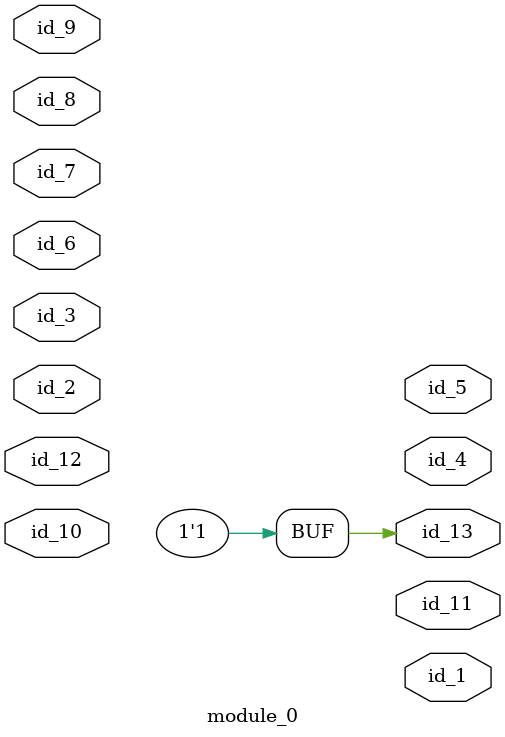
<source format=v>
module module_0 (
    id_1,
    id_2,
    id_3,
    id_4,
    id_5,
    id_6,
    id_7,
    id_8,
    id_9,
    id_10,
    id_11,
    id_12,
    id_13
);
  output id_13;
  inout id_12;
  output id_11;
  inout id_10;
  input id_9;
  input id_8;
  input id_7;
  inout id_6;
  output id_5;
  output id_4;
  inout id_3;
  inout id_2;
  output id_1;
  assign id_13 = 1 & 1;
endmodule
`define pp_13 0

</source>
